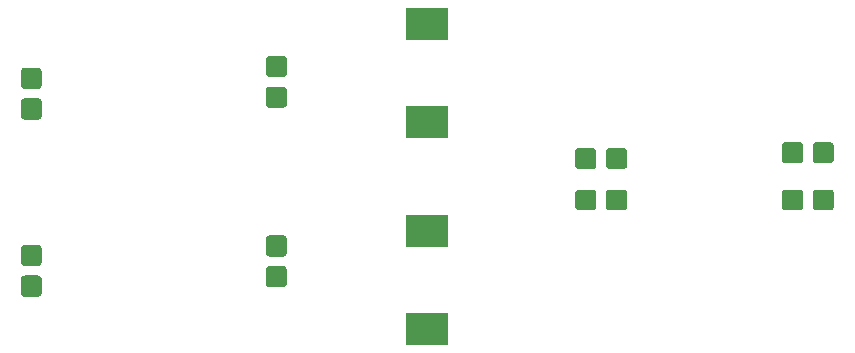
<source format=gtp>
G04 #@! TF.GenerationSoftware,KiCad,Pcbnew,(5.1.4)-1*
G04 #@! TF.CreationDate,2021-09-06T00:09:17-04:00*
G04 #@! TF.ProjectId,controller_power_filter,636f6e74-726f-46c6-9c65-725f706f7765,rev?*
G04 #@! TF.SameCoordinates,Original*
G04 #@! TF.FileFunction,Paste,Top*
G04 #@! TF.FilePolarity,Positive*
%FSLAX46Y46*%
G04 Gerber Fmt 4.6, Leading zero omitted, Abs format (unit mm)*
G04 Created by KiCad (PCBNEW (5.1.4)-1) date 2021-09-06 00:09:17*
%MOMM*%
%LPD*%
G04 APERTURE LIST*
%ADD10R,3.600000X2.700000*%
%ADD11C,0.100000*%
%ADD12C,1.750000*%
G04 APERTURE END LIST*
D10*
X146750000Y-137100000D03*
X146750000Y-145400000D03*
X146750000Y-127900000D03*
X146750000Y-119600000D03*
D11*
G36*
X163423768Y-133626475D02*
G01*
X163453496Y-133630885D01*
X163482650Y-133638187D01*
X163510947Y-133648312D01*
X163538115Y-133661162D01*
X163563893Y-133676612D01*
X163588033Y-133694516D01*
X163610301Y-133714699D01*
X163630484Y-133736967D01*
X163648388Y-133761107D01*
X163663838Y-133786885D01*
X163676688Y-133814053D01*
X163686813Y-133842350D01*
X163694115Y-133871504D01*
X163698525Y-133901232D01*
X163700000Y-133931250D01*
X163700000Y-135068750D01*
X163698525Y-135098768D01*
X163694115Y-135128496D01*
X163686813Y-135157650D01*
X163676688Y-135185947D01*
X163663838Y-135213115D01*
X163648388Y-135238893D01*
X163630484Y-135263033D01*
X163610301Y-135285301D01*
X163588033Y-135305484D01*
X163563893Y-135323388D01*
X163538115Y-135338838D01*
X163510947Y-135351688D01*
X163482650Y-135361813D01*
X163453496Y-135369115D01*
X163423768Y-135373525D01*
X163393750Y-135375000D01*
X162206250Y-135375000D01*
X162176232Y-135373525D01*
X162146504Y-135369115D01*
X162117350Y-135361813D01*
X162089053Y-135351688D01*
X162061885Y-135338838D01*
X162036107Y-135323388D01*
X162011967Y-135305484D01*
X161989699Y-135285301D01*
X161969516Y-135263033D01*
X161951612Y-135238893D01*
X161936162Y-135213115D01*
X161923312Y-135185947D01*
X161913187Y-135157650D01*
X161905885Y-135128496D01*
X161901475Y-135098768D01*
X161900000Y-135068750D01*
X161900000Y-133931250D01*
X161901475Y-133901232D01*
X161905885Y-133871504D01*
X161913187Y-133842350D01*
X161923312Y-133814053D01*
X161936162Y-133786885D01*
X161951612Y-133761107D01*
X161969516Y-133736967D01*
X161989699Y-133714699D01*
X162011967Y-133694516D01*
X162036107Y-133676612D01*
X162061885Y-133661162D01*
X162089053Y-133648312D01*
X162117350Y-133638187D01*
X162146504Y-133630885D01*
X162176232Y-133626475D01*
X162206250Y-133625000D01*
X163393750Y-133625000D01*
X163423768Y-133626475D01*
X163423768Y-133626475D01*
G37*
D12*
X162800000Y-134500000D03*
D11*
G36*
X160823768Y-133626475D02*
G01*
X160853496Y-133630885D01*
X160882650Y-133638187D01*
X160910947Y-133648312D01*
X160938115Y-133661162D01*
X160963893Y-133676612D01*
X160988033Y-133694516D01*
X161010301Y-133714699D01*
X161030484Y-133736967D01*
X161048388Y-133761107D01*
X161063838Y-133786885D01*
X161076688Y-133814053D01*
X161086813Y-133842350D01*
X161094115Y-133871504D01*
X161098525Y-133901232D01*
X161100000Y-133931250D01*
X161100000Y-135068750D01*
X161098525Y-135098768D01*
X161094115Y-135128496D01*
X161086813Y-135157650D01*
X161076688Y-135185947D01*
X161063838Y-135213115D01*
X161048388Y-135238893D01*
X161030484Y-135263033D01*
X161010301Y-135285301D01*
X160988033Y-135305484D01*
X160963893Y-135323388D01*
X160938115Y-135338838D01*
X160910947Y-135351688D01*
X160882650Y-135361813D01*
X160853496Y-135369115D01*
X160823768Y-135373525D01*
X160793750Y-135375000D01*
X159606250Y-135375000D01*
X159576232Y-135373525D01*
X159546504Y-135369115D01*
X159517350Y-135361813D01*
X159489053Y-135351688D01*
X159461885Y-135338838D01*
X159436107Y-135323388D01*
X159411967Y-135305484D01*
X159389699Y-135285301D01*
X159369516Y-135263033D01*
X159351612Y-135238893D01*
X159336162Y-135213115D01*
X159323312Y-135185947D01*
X159313187Y-135157650D01*
X159305885Y-135128496D01*
X159301475Y-135098768D01*
X159300000Y-135068750D01*
X159300000Y-133931250D01*
X159301475Y-133901232D01*
X159305885Y-133871504D01*
X159313187Y-133842350D01*
X159323312Y-133814053D01*
X159336162Y-133786885D01*
X159351612Y-133761107D01*
X159369516Y-133736967D01*
X159389699Y-133714699D01*
X159411967Y-133694516D01*
X159436107Y-133676612D01*
X159461885Y-133661162D01*
X159489053Y-133648312D01*
X159517350Y-133638187D01*
X159546504Y-133630885D01*
X159576232Y-133626475D01*
X159606250Y-133625000D01*
X160793750Y-133625000D01*
X160823768Y-133626475D01*
X160823768Y-133626475D01*
G37*
D12*
X160200000Y-134500000D03*
D11*
G36*
X160823768Y-130126475D02*
G01*
X160853496Y-130130885D01*
X160882650Y-130138187D01*
X160910947Y-130148312D01*
X160938115Y-130161162D01*
X160963893Y-130176612D01*
X160988033Y-130194516D01*
X161010301Y-130214699D01*
X161030484Y-130236967D01*
X161048388Y-130261107D01*
X161063838Y-130286885D01*
X161076688Y-130314053D01*
X161086813Y-130342350D01*
X161094115Y-130371504D01*
X161098525Y-130401232D01*
X161100000Y-130431250D01*
X161100000Y-131568750D01*
X161098525Y-131598768D01*
X161094115Y-131628496D01*
X161086813Y-131657650D01*
X161076688Y-131685947D01*
X161063838Y-131713115D01*
X161048388Y-131738893D01*
X161030484Y-131763033D01*
X161010301Y-131785301D01*
X160988033Y-131805484D01*
X160963893Y-131823388D01*
X160938115Y-131838838D01*
X160910947Y-131851688D01*
X160882650Y-131861813D01*
X160853496Y-131869115D01*
X160823768Y-131873525D01*
X160793750Y-131875000D01*
X159606250Y-131875000D01*
X159576232Y-131873525D01*
X159546504Y-131869115D01*
X159517350Y-131861813D01*
X159489053Y-131851688D01*
X159461885Y-131838838D01*
X159436107Y-131823388D01*
X159411967Y-131805484D01*
X159389699Y-131785301D01*
X159369516Y-131763033D01*
X159351612Y-131738893D01*
X159336162Y-131713115D01*
X159323312Y-131685947D01*
X159313187Y-131657650D01*
X159305885Y-131628496D01*
X159301475Y-131598768D01*
X159300000Y-131568750D01*
X159300000Y-130431250D01*
X159301475Y-130401232D01*
X159305885Y-130371504D01*
X159313187Y-130342350D01*
X159323312Y-130314053D01*
X159336162Y-130286885D01*
X159351612Y-130261107D01*
X159369516Y-130236967D01*
X159389699Y-130214699D01*
X159411967Y-130194516D01*
X159436107Y-130176612D01*
X159461885Y-130161162D01*
X159489053Y-130148312D01*
X159517350Y-130138187D01*
X159546504Y-130130885D01*
X159576232Y-130126475D01*
X159606250Y-130125000D01*
X160793750Y-130125000D01*
X160823768Y-130126475D01*
X160823768Y-130126475D01*
G37*
D12*
X160200000Y-131000000D03*
D11*
G36*
X163423768Y-130126475D02*
G01*
X163453496Y-130130885D01*
X163482650Y-130138187D01*
X163510947Y-130148312D01*
X163538115Y-130161162D01*
X163563893Y-130176612D01*
X163588033Y-130194516D01*
X163610301Y-130214699D01*
X163630484Y-130236967D01*
X163648388Y-130261107D01*
X163663838Y-130286885D01*
X163676688Y-130314053D01*
X163686813Y-130342350D01*
X163694115Y-130371504D01*
X163698525Y-130401232D01*
X163700000Y-130431250D01*
X163700000Y-131568750D01*
X163698525Y-131598768D01*
X163694115Y-131628496D01*
X163686813Y-131657650D01*
X163676688Y-131685947D01*
X163663838Y-131713115D01*
X163648388Y-131738893D01*
X163630484Y-131763033D01*
X163610301Y-131785301D01*
X163588033Y-131805484D01*
X163563893Y-131823388D01*
X163538115Y-131838838D01*
X163510947Y-131851688D01*
X163482650Y-131861813D01*
X163453496Y-131869115D01*
X163423768Y-131873525D01*
X163393750Y-131875000D01*
X162206250Y-131875000D01*
X162176232Y-131873525D01*
X162146504Y-131869115D01*
X162117350Y-131861813D01*
X162089053Y-131851688D01*
X162061885Y-131838838D01*
X162036107Y-131823388D01*
X162011967Y-131805484D01*
X161989699Y-131785301D01*
X161969516Y-131763033D01*
X161951612Y-131738893D01*
X161936162Y-131713115D01*
X161923312Y-131685947D01*
X161913187Y-131657650D01*
X161905885Y-131628496D01*
X161901475Y-131598768D01*
X161900000Y-131568750D01*
X161900000Y-130431250D01*
X161901475Y-130401232D01*
X161905885Y-130371504D01*
X161913187Y-130342350D01*
X161923312Y-130314053D01*
X161936162Y-130286885D01*
X161951612Y-130261107D01*
X161969516Y-130236967D01*
X161989699Y-130214699D01*
X162011967Y-130194516D01*
X162036107Y-130176612D01*
X162061885Y-130161162D01*
X162089053Y-130148312D01*
X162117350Y-130138187D01*
X162146504Y-130130885D01*
X162176232Y-130126475D01*
X162206250Y-130125000D01*
X163393750Y-130125000D01*
X163423768Y-130126475D01*
X163423768Y-130126475D01*
G37*
D12*
X162800000Y-131000000D03*
D11*
G36*
X178323768Y-133626475D02*
G01*
X178353496Y-133630885D01*
X178382650Y-133638187D01*
X178410947Y-133648312D01*
X178438115Y-133661162D01*
X178463893Y-133676612D01*
X178488033Y-133694516D01*
X178510301Y-133714699D01*
X178530484Y-133736967D01*
X178548388Y-133761107D01*
X178563838Y-133786885D01*
X178576688Y-133814053D01*
X178586813Y-133842350D01*
X178594115Y-133871504D01*
X178598525Y-133901232D01*
X178600000Y-133931250D01*
X178600000Y-135068750D01*
X178598525Y-135098768D01*
X178594115Y-135128496D01*
X178586813Y-135157650D01*
X178576688Y-135185947D01*
X178563838Y-135213115D01*
X178548388Y-135238893D01*
X178530484Y-135263033D01*
X178510301Y-135285301D01*
X178488033Y-135305484D01*
X178463893Y-135323388D01*
X178438115Y-135338838D01*
X178410947Y-135351688D01*
X178382650Y-135361813D01*
X178353496Y-135369115D01*
X178323768Y-135373525D01*
X178293750Y-135375000D01*
X177106250Y-135375000D01*
X177076232Y-135373525D01*
X177046504Y-135369115D01*
X177017350Y-135361813D01*
X176989053Y-135351688D01*
X176961885Y-135338838D01*
X176936107Y-135323388D01*
X176911967Y-135305484D01*
X176889699Y-135285301D01*
X176869516Y-135263033D01*
X176851612Y-135238893D01*
X176836162Y-135213115D01*
X176823312Y-135185947D01*
X176813187Y-135157650D01*
X176805885Y-135128496D01*
X176801475Y-135098768D01*
X176800000Y-135068750D01*
X176800000Y-133931250D01*
X176801475Y-133901232D01*
X176805885Y-133871504D01*
X176813187Y-133842350D01*
X176823312Y-133814053D01*
X176836162Y-133786885D01*
X176851612Y-133761107D01*
X176869516Y-133736967D01*
X176889699Y-133714699D01*
X176911967Y-133694516D01*
X176936107Y-133676612D01*
X176961885Y-133661162D01*
X176989053Y-133648312D01*
X177017350Y-133638187D01*
X177046504Y-133630885D01*
X177076232Y-133626475D01*
X177106250Y-133625000D01*
X178293750Y-133625000D01*
X178323768Y-133626475D01*
X178323768Y-133626475D01*
G37*
D12*
X177700000Y-134500000D03*
D11*
G36*
X180923768Y-133626475D02*
G01*
X180953496Y-133630885D01*
X180982650Y-133638187D01*
X181010947Y-133648312D01*
X181038115Y-133661162D01*
X181063893Y-133676612D01*
X181088033Y-133694516D01*
X181110301Y-133714699D01*
X181130484Y-133736967D01*
X181148388Y-133761107D01*
X181163838Y-133786885D01*
X181176688Y-133814053D01*
X181186813Y-133842350D01*
X181194115Y-133871504D01*
X181198525Y-133901232D01*
X181200000Y-133931250D01*
X181200000Y-135068750D01*
X181198525Y-135098768D01*
X181194115Y-135128496D01*
X181186813Y-135157650D01*
X181176688Y-135185947D01*
X181163838Y-135213115D01*
X181148388Y-135238893D01*
X181130484Y-135263033D01*
X181110301Y-135285301D01*
X181088033Y-135305484D01*
X181063893Y-135323388D01*
X181038115Y-135338838D01*
X181010947Y-135351688D01*
X180982650Y-135361813D01*
X180953496Y-135369115D01*
X180923768Y-135373525D01*
X180893750Y-135375000D01*
X179706250Y-135375000D01*
X179676232Y-135373525D01*
X179646504Y-135369115D01*
X179617350Y-135361813D01*
X179589053Y-135351688D01*
X179561885Y-135338838D01*
X179536107Y-135323388D01*
X179511967Y-135305484D01*
X179489699Y-135285301D01*
X179469516Y-135263033D01*
X179451612Y-135238893D01*
X179436162Y-135213115D01*
X179423312Y-135185947D01*
X179413187Y-135157650D01*
X179405885Y-135128496D01*
X179401475Y-135098768D01*
X179400000Y-135068750D01*
X179400000Y-133931250D01*
X179401475Y-133901232D01*
X179405885Y-133871504D01*
X179413187Y-133842350D01*
X179423312Y-133814053D01*
X179436162Y-133786885D01*
X179451612Y-133761107D01*
X179469516Y-133736967D01*
X179489699Y-133714699D01*
X179511967Y-133694516D01*
X179536107Y-133676612D01*
X179561885Y-133661162D01*
X179589053Y-133648312D01*
X179617350Y-133638187D01*
X179646504Y-133630885D01*
X179676232Y-133626475D01*
X179706250Y-133625000D01*
X180893750Y-133625000D01*
X180923768Y-133626475D01*
X180923768Y-133626475D01*
G37*
D12*
X180300000Y-134500000D03*
D11*
G36*
X180923768Y-129626475D02*
G01*
X180953496Y-129630885D01*
X180982650Y-129638187D01*
X181010947Y-129648312D01*
X181038115Y-129661162D01*
X181063893Y-129676612D01*
X181088033Y-129694516D01*
X181110301Y-129714699D01*
X181130484Y-129736967D01*
X181148388Y-129761107D01*
X181163838Y-129786885D01*
X181176688Y-129814053D01*
X181186813Y-129842350D01*
X181194115Y-129871504D01*
X181198525Y-129901232D01*
X181200000Y-129931250D01*
X181200000Y-131068750D01*
X181198525Y-131098768D01*
X181194115Y-131128496D01*
X181186813Y-131157650D01*
X181176688Y-131185947D01*
X181163838Y-131213115D01*
X181148388Y-131238893D01*
X181130484Y-131263033D01*
X181110301Y-131285301D01*
X181088033Y-131305484D01*
X181063893Y-131323388D01*
X181038115Y-131338838D01*
X181010947Y-131351688D01*
X180982650Y-131361813D01*
X180953496Y-131369115D01*
X180923768Y-131373525D01*
X180893750Y-131375000D01*
X179706250Y-131375000D01*
X179676232Y-131373525D01*
X179646504Y-131369115D01*
X179617350Y-131361813D01*
X179589053Y-131351688D01*
X179561885Y-131338838D01*
X179536107Y-131323388D01*
X179511967Y-131305484D01*
X179489699Y-131285301D01*
X179469516Y-131263033D01*
X179451612Y-131238893D01*
X179436162Y-131213115D01*
X179423312Y-131185947D01*
X179413187Y-131157650D01*
X179405885Y-131128496D01*
X179401475Y-131098768D01*
X179400000Y-131068750D01*
X179400000Y-129931250D01*
X179401475Y-129901232D01*
X179405885Y-129871504D01*
X179413187Y-129842350D01*
X179423312Y-129814053D01*
X179436162Y-129786885D01*
X179451612Y-129761107D01*
X179469516Y-129736967D01*
X179489699Y-129714699D01*
X179511967Y-129694516D01*
X179536107Y-129676612D01*
X179561885Y-129661162D01*
X179589053Y-129648312D01*
X179617350Y-129638187D01*
X179646504Y-129630885D01*
X179676232Y-129626475D01*
X179706250Y-129625000D01*
X180893750Y-129625000D01*
X180923768Y-129626475D01*
X180923768Y-129626475D01*
G37*
D12*
X180300000Y-130500000D03*
D11*
G36*
X178323768Y-129626475D02*
G01*
X178353496Y-129630885D01*
X178382650Y-129638187D01*
X178410947Y-129648312D01*
X178438115Y-129661162D01*
X178463893Y-129676612D01*
X178488033Y-129694516D01*
X178510301Y-129714699D01*
X178530484Y-129736967D01*
X178548388Y-129761107D01*
X178563838Y-129786885D01*
X178576688Y-129814053D01*
X178586813Y-129842350D01*
X178594115Y-129871504D01*
X178598525Y-129901232D01*
X178600000Y-129931250D01*
X178600000Y-131068750D01*
X178598525Y-131098768D01*
X178594115Y-131128496D01*
X178586813Y-131157650D01*
X178576688Y-131185947D01*
X178563838Y-131213115D01*
X178548388Y-131238893D01*
X178530484Y-131263033D01*
X178510301Y-131285301D01*
X178488033Y-131305484D01*
X178463893Y-131323388D01*
X178438115Y-131338838D01*
X178410947Y-131351688D01*
X178382650Y-131361813D01*
X178353496Y-131369115D01*
X178323768Y-131373525D01*
X178293750Y-131375000D01*
X177106250Y-131375000D01*
X177076232Y-131373525D01*
X177046504Y-131369115D01*
X177017350Y-131361813D01*
X176989053Y-131351688D01*
X176961885Y-131338838D01*
X176936107Y-131323388D01*
X176911967Y-131305484D01*
X176889699Y-131285301D01*
X176869516Y-131263033D01*
X176851612Y-131238893D01*
X176836162Y-131213115D01*
X176823312Y-131185947D01*
X176813187Y-131157650D01*
X176805885Y-131128496D01*
X176801475Y-131098768D01*
X176800000Y-131068750D01*
X176800000Y-129931250D01*
X176801475Y-129901232D01*
X176805885Y-129871504D01*
X176813187Y-129842350D01*
X176823312Y-129814053D01*
X176836162Y-129786885D01*
X176851612Y-129761107D01*
X176869516Y-129736967D01*
X176889699Y-129714699D01*
X176911967Y-129694516D01*
X176936107Y-129676612D01*
X176961885Y-129661162D01*
X176989053Y-129648312D01*
X177017350Y-129638187D01*
X177046504Y-129630885D01*
X177076232Y-129626475D01*
X177106250Y-129625000D01*
X178293750Y-129625000D01*
X178323768Y-129626475D01*
X178323768Y-129626475D01*
G37*
D12*
X177700000Y-130500000D03*
D11*
G36*
X134598768Y-137501475D02*
G01*
X134628496Y-137505885D01*
X134657650Y-137513187D01*
X134685947Y-137523312D01*
X134713115Y-137536162D01*
X134738893Y-137551612D01*
X134763033Y-137569516D01*
X134785301Y-137589699D01*
X134805484Y-137611967D01*
X134823388Y-137636107D01*
X134838838Y-137661885D01*
X134851688Y-137689053D01*
X134861813Y-137717350D01*
X134869115Y-137746504D01*
X134873525Y-137776232D01*
X134875000Y-137806250D01*
X134875000Y-138993750D01*
X134873525Y-139023768D01*
X134869115Y-139053496D01*
X134861813Y-139082650D01*
X134851688Y-139110947D01*
X134838838Y-139138115D01*
X134823388Y-139163893D01*
X134805484Y-139188033D01*
X134785301Y-139210301D01*
X134763033Y-139230484D01*
X134738893Y-139248388D01*
X134713115Y-139263838D01*
X134685947Y-139276688D01*
X134657650Y-139286813D01*
X134628496Y-139294115D01*
X134598768Y-139298525D01*
X134568750Y-139300000D01*
X133431250Y-139300000D01*
X133401232Y-139298525D01*
X133371504Y-139294115D01*
X133342350Y-139286813D01*
X133314053Y-139276688D01*
X133286885Y-139263838D01*
X133261107Y-139248388D01*
X133236967Y-139230484D01*
X133214699Y-139210301D01*
X133194516Y-139188033D01*
X133176612Y-139163893D01*
X133161162Y-139138115D01*
X133148312Y-139110947D01*
X133138187Y-139082650D01*
X133130885Y-139053496D01*
X133126475Y-139023768D01*
X133125000Y-138993750D01*
X133125000Y-137806250D01*
X133126475Y-137776232D01*
X133130885Y-137746504D01*
X133138187Y-137717350D01*
X133148312Y-137689053D01*
X133161162Y-137661885D01*
X133176612Y-137636107D01*
X133194516Y-137611967D01*
X133214699Y-137589699D01*
X133236967Y-137569516D01*
X133261107Y-137551612D01*
X133286885Y-137536162D01*
X133314053Y-137523312D01*
X133342350Y-137513187D01*
X133371504Y-137505885D01*
X133401232Y-137501475D01*
X133431250Y-137500000D01*
X134568750Y-137500000D01*
X134598768Y-137501475D01*
X134598768Y-137501475D01*
G37*
D12*
X134000000Y-138400000D03*
D11*
G36*
X134598768Y-140101475D02*
G01*
X134628496Y-140105885D01*
X134657650Y-140113187D01*
X134685947Y-140123312D01*
X134713115Y-140136162D01*
X134738893Y-140151612D01*
X134763033Y-140169516D01*
X134785301Y-140189699D01*
X134805484Y-140211967D01*
X134823388Y-140236107D01*
X134838838Y-140261885D01*
X134851688Y-140289053D01*
X134861813Y-140317350D01*
X134869115Y-140346504D01*
X134873525Y-140376232D01*
X134875000Y-140406250D01*
X134875000Y-141593750D01*
X134873525Y-141623768D01*
X134869115Y-141653496D01*
X134861813Y-141682650D01*
X134851688Y-141710947D01*
X134838838Y-141738115D01*
X134823388Y-141763893D01*
X134805484Y-141788033D01*
X134785301Y-141810301D01*
X134763033Y-141830484D01*
X134738893Y-141848388D01*
X134713115Y-141863838D01*
X134685947Y-141876688D01*
X134657650Y-141886813D01*
X134628496Y-141894115D01*
X134598768Y-141898525D01*
X134568750Y-141900000D01*
X133431250Y-141900000D01*
X133401232Y-141898525D01*
X133371504Y-141894115D01*
X133342350Y-141886813D01*
X133314053Y-141876688D01*
X133286885Y-141863838D01*
X133261107Y-141848388D01*
X133236967Y-141830484D01*
X133214699Y-141810301D01*
X133194516Y-141788033D01*
X133176612Y-141763893D01*
X133161162Y-141738115D01*
X133148312Y-141710947D01*
X133138187Y-141682650D01*
X133130885Y-141653496D01*
X133126475Y-141623768D01*
X133125000Y-141593750D01*
X133125000Y-140406250D01*
X133126475Y-140376232D01*
X133130885Y-140346504D01*
X133138187Y-140317350D01*
X133148312Y-140289053D01*
X133161162Y-140261885D01*
X133176612Y-140236107D01*
X133194516Y-140211967D01*
X133214699Y-140189699D01*
X133236967Y-140169516D01*
X133261107Y-140151612D01*
X133286885Y-140136162D01*
X133314053Y-140123312D01*
X133342350Y-140113187D01*
X133371504Y-140105885D01*
X133401232Y-140101475D01*
X133431250Y-140100000D01*
X134568750Y-140100000D01*
X134598768Y-140101475D01*
X134598768Y-140101475D01*
G37*
D12*
X134000000Y-141000000D03*
D11*
G36*
X134598768Y-122301475D02*
G01*
X134628496Y-122305885D01*
X134657650Y-122313187D01*
X134685947Y-122323312D01*
X134713115Y-122336162D01*
X134738893Y-122351612D01*
X134763033Y-122369516D01*
X134785301Y-122389699D01*
X134805484Y-122411967D01*
X134823388Y-122436107D01*
X134838838Y-122461885D01*
X134851688Y-122489053D01*
X134861813Y-122517350D01*
X134869115Y-122546504D01*
X134873525Y-122576232D01*
X134875000Y-122606250D01*
X134875000Y-123793750D01*
X134873525Y-123823768D01*
X134869115Y-123853496D01*
X134861813Y-123882650D01*
X134851688Y-123910947D01*
X134838838Y-123938115D01*
X134823388Y-123963893D01*
X134805484Y-123988033D01*
X134785301Y-124010301D01*
X134763033Y-124030484D01*
X134738893Y-124048388D01*
X134713115Y-124063838D01*
X134685947Y-124076688D01*
X134657650Y-124086813D01*
X134628496Y-124094115D01*
X134598768Y-124098525D01*
X134568750Y-124100000D01*
X133431250Y-124100000D01*
X133401232Y-124098525D01*
X133371504Y-124094115D01*
X133342350Y-124086813D01*
X133314053Y-124076688D01*
X133286885Y-124063838D01*
X133261107Y-124048388D01*
X133236967Y-124030484D01*
X133214699Y-124010301D01*
X133194516Y-123988033D01*
X133176612Y-123963893D01*
X133161162Y-123938115D01*
X133148312Y-123910947D01*
X133138187Y-123882650D01*
X133130885Y-123853496D01*
X133126475Y-123823768D01*
X133125000Y-123793750D01*
X133125000Y-122606250D01*
X133126475Y-122576232D01*
X133130885Y-122546504D01*
X133138187Y-122517350D01*
X133148312Y-122489053D01*
X133161162Y-122461885D01*
X133176612Y-122436107D01*
X133194516Y-122411967D01*
X133214699Y-122389699D01*
X133236967Y-122369516D01*
X133261107Y-122351612D01*
X133286885Y-122336162D01*
X133314053Y-122323312D01*
X133342350Y-122313187D01*
X133371504Y-122305885D01*
X133401232Y-122301475D01*
X133431250Y-122300000D01*
X134568750Y-122300000D01*
X134598768Y-122301475D01*
X134598768Y-122301475D01*
G37*
D12*
X134000000Y-123200000D03*
D11*
G36*
X134598768Y-124901475D02*
G01*
X134628496Y-124905885D01*
X134657650Y-124913187D01*
X134685947Y-124923312D01*
X134713115Y-124936162D01*
X134738893Y-124951612D01*
X134763033Y-124969516D01*
X134785301Y-124989699D01*
X134805484Y-125011967D01*
X134823388Y-125036107D01*
X134838838Y-125061885D01*
X134851688Y-125089053D01*
X134861813Y-125117350D01*
X134869115Y-125146504D01*
X134873525Y-125176232D01*
X134875000Y-125206250D01*
X134875000Y-126393750D01*
X134873525Y-126423768D01*
X134869115Y-126453496D01*
X134861813Y-126482650D01*
X134851688Y-126510947D01*
X134838838Y-126538115D01*
X134823388Y-126563893D01*
X134805484Y-126588033D01*
X134785301Y-126610301D01*
X134763033Y-126630484D01*
X134738893Y-126648388D01*
X134713115Y-126663838D01*
X134685947Y-126676688D01*
X134657650Y-126686813D01*
X134628496Y-126694115D01*
X134598768Y-126698525D01*
X134568750Y-126700000D01*
X133431250Y-126700000D01*
X133401232Y-126698525D01*
X133371504Y-126694115D01*
X133342350Y-126686813D01*
X133314053Y-126676688D01*
X133286885Y-126663838D01*
X133261107Y-126648388D01*
X133236967Y-126630484D01*
X133214699Y-126610301D01*
X133194516Y-126588033D01*
X133176612Y-126563893D01*
X133161162Y-126538115D01*
X133148312Y-126510947D01*
X133138187Y-126482650D01*
X133130885Y-126453496D01*
X133126475Y-126423768D01*
X133125000Y-126393750D01*
X133125000Y-125206250D01*
X133126475Y-125176232D01*
X133130885Y-125146504D01*
X133138187Y-125117350D01*
X133148312Y-125089053D01*
X133161162Y-125061885D01*
X133176612Y-125036107D01*
X133194516Y-125011967D01*
X133214699Y-124989699D01*
X133236967Y-124969516D01*
X133261107Y-124951612D01*
X133286885Y-124936162D01*
X133314053Y-124923312D01*
X133342350Y-124913187D01*
X133371504Y-124905885D01*
X133401232Y-124901475D01*
X133431250Y-124900000D01*
X134568750Y-124900000D01*
X134598768Y-124901475D01*
X134598768Y-124901475D01*
G37*
D12*
X134000000Y-125800000D03*
D11*
G36*
X113848768Y-138301475D02*
G01*
X113878496Y-138305885D01*
X113907650Y-138313187D01*
X113935947Y-138323312D01*
X113963115Y-138336162D01*
X113988893Y-138351612D01*
X114013033Y-138369516D01*
X114035301Y-138389699D01*
X114055484Y-138411967D01*
X114073388Y-138436107D01*
X114088838Y-138461885D01*
X114101688Y-138489053D01*
X114111813Y-138517350D01*
X114119115Y-138546504D01*
X114123525Y-138576232D01*
X114125000Y-138606250D01*
X114125000Y-139793750D01*
X114123525Y-139823768D01*
X114119115Y-139853496D01*
X114111813Y-139882650D01*
X114101688Y-139910947D01*
X114088838Y-139938115D01*
X114073388Y-139963893D01*
X114055484Y-139988033D01*
X114035301Y-140010301D01*
X114013033Y-140030484D01*
X113988893Y-140048388D01*
X113963115Y-140063838D01*
X113935947Y-140076688D01*
X113907650Y-140086813D01*
X113878496Y-140094115D01*
X113848768Y-140098525D01*
X113818750Y-140100000D01*
X112681250Y-140100000D01*
X112651232Y-140098525D01*
X112621504Y-140094115D01*
X112592350Y-140086813D01*
X112564053Y-140076688D01*
X112536885Y-140063838D01*
X112511107Y-140048388D01*
X112486967Y-140030484D01*
X112464699Y-140010301D01*
X112444516Y-139988033D01*
X112426612Y-139963893D01*
X112411162Y-139938115D01*
X112398312Y-139910947D01*
X112388187Y-139882650D01*
X112380885Y-139853496D01*
X112376475Y-139823768D01*
X112375000Y-139793750D01*
X112375000Y-138606250D01*
X112376475Y-138576232D01*
X112380885Y-138546504D01*
X112388187Y-138517350D01*
X112398312Y-138489053D01*
X112411162Y-138461885D01*
X112426612Y-138436107D01*
X112444516Y-138411967D01*
X112464699Y-138389699D01*
X112486967Y-138369516D01*
X112511107Y-138351612D01*
X112536885Y-138336162D01*
X112564053Y-138323312D01*
X112592350Y-138313187D01*
X112621504Y-138305885D01*
X112651232Y-138301475D01*
X112681250Y-138300000D01*
X113818750Y-138300000D01*
X113848768Y-138301475D01*
X113848768Y-138301475D01*
G37*
D12*
X113250000Y-139200000D03*
D11*
G36*
X113848768Y-140901475D02*
G01*
X113878496Y-140905885D01*
X113907650Y-140913187D01*
X113935947Y-140923312D01*
X113963115Y-140936162D01*
X113988893Y-140951612D01*
X114013033Y-140969516D01*
X114035301Y-140989699D01*
X114055484Y-141011967D01*
X114073388Y-141036107D01*
X114088838Y-141061885D01*
X114101688Y-141089053D01*
X114111813Y-141117350D01*
X114119115Y-141146504D01*
X114123525Y-141176232D01*
X114125000Y-141206250D01*
X114125000Y-142393750D01*
X114123525Y-142423768D01*
X114119115Y-142453496D01*
X114111813Y-142482650D01*
X114101688Y-142510947D01*
X114088838Y-142538115D01*
X114073388Y-142563893D01*
X114055484Y-142588033D01*
X114035301Y-142610301D01*
X114013033Y-142630484D01*
X113988893Y-142648388D01*
X113963115Y-142663838D01*
X113935947Y-142676688D01*
X113907650Y-142686813D01*
X113878496Y-142694115D01*
X113848768Y-142698525D01*
X113818750Y-142700000D01*
X112681250Y-142700000D01*
X112651232Y-142698525D01*
X112621504Y-142694115D01*
X112592350Y-142686813D01*
X112564053Y-142676688D01*
X112536885Y-142663838D01*
X112511107Y-142648388D01*
X112486967Y-142630484D01*
X112464699Y-142610301D01*
X112444516Y-142588033D01*
X112426612Y-142563893D01*
X112411162Y-142538115D01*
X112398312Y-142510947D01*
X112388187Y-142482650D01*
X112380885Y-142453496D01*
X112376475Y-142423768D01*
X112375000Y-142393750D01*
X112375000Y-141206250D01*
X112376475Y-141176232D01*
X112380885Y-141146504D01*
X112388187Y-141117350D01*
X112398312Y-141089053D01*
X112411162Y-141061885D01*
X112426612Y-141036107D01*
X112444516Y-141011967D01*
X112464699Y-140989699D01*
X112486967Y-140969516D01*
X112511107Y-140951612D01*
X112536885Y-140936162D01*
X112564053Y-140923312D01*
X112592350Y-140913187D01*
X112621504Y-140905885D01*
X112651232Y-140901475D01*
X112681250Y-140900000D01*
X113818750Y-140900000D01*
X113848768Y-140901475D01*
X113848768Y-140901475D01*
G37*
D12*
X113250000Y-141800000D03*
D11*
G36*
X113848768Y-123301475D02*
G01*
X113878496Y-123305885D01*
X113907650Y-123313187D01*
X113935947Y-123323312D01*
X113963115Y-123336162D01*
X113988893Y-123351612D01*
X114013033Y-123369516D01*
X114035301Y-123389699D01*
X114055484Y-123411967D01*
X114073388Y-123436107D01*
X114088838Y-123461885D01*
X114101688Y-123489053D01*
X114111813Y-123517350D01*
X114119115Y-123546504D01*
X114123525Y-123576232D01*
X114125000Y-123606250D01*
X114125000Y-124793750D01*
X114123525Y-124823768D01*
X114119115Y-124853496D01*
X114111813Y-124882650D01*
X114101688Y-124910947D01*
X114088838Y-124938115D01*
X114073388Y-124963893D01*
X114055484Y-124988033D01*
X114035301Y-125010301D01*
X114013033Y-125030484D01*
X113988893Y-125048388D01*
X113963115Y-125063838D01*
X113935947Y-125076688D01*
X113907650Y-125086813D01*
X113878496Y-125094115D01*
X113848768Y-125098525D01*
X113818750Y-125100000D01*
X112681250Y-125100000D01*
X112651232Y-125098525D01*
X112621504Y-125094115D01*
X112592350Y-125086813D01*
X112564053Y-125076688D01*
X112536885Y-125063838D01*
X112511107Y-125048388D01*
X112486967Y-125030484D01*
X112464699Y-125010301D01*
X112444516Y-124988033D01*
X112426612Y-124963893D01*
X112411162Y-124938115D01*
X112398312Y-124910947D01*
X112388187Y-124882650D01*
X112380885Y-124853496D01*
X112376475Y-124823768D01*
X112375000Y-124793750D01*
X112375000Y-123606250D01*
X112376475Y-123576232D01*
X112380885Y-123546504D01*
X112388187Y-123517350D01*
X112398312Y-123489053D01*
X112411162Y-123461885D01*
X112426612Y-123436107D01*
X112444516Y-123411967D01*
X112464699Y-123389699D01*
X112486967Y-123369516D01*
X112511107Y-123351612D01*
X112536885Y-123336162D01*
X112564053Y-123323312D01*
X112592350Y-123313187D01*
X112621504Y-123305885D01*
X112651232Y-123301475D01*
X112681250Y-123300000D01*
X113818750Y-123300000D01*
X113848768Y-123301475D01*
X113848768Y-123301475D01*
G37*
D12*
X113250000Y-124200000D03*
D11*
G36*
X113848768Y-125901475D02*
G01*
X113878496Y-125905885D01*
X113907650Y-125913187D01*
X113935947Y-125923312D01*
X113963115Y-125936162D01*
X113988893Y-125951612D01*
X114013033Y-125969516D01*
X114035301Y-125989699D01*
X114055484Y-126011967D01*
X114073388Y-126036107D01*
X114088838Y-126061885D01*
X114101688Y-126089053D01*
X114111813Y-126117350D01*
X114119115Y-126146504D01*
X114123525Y-126176232D01*
X114125000Y-126206250D01*
X114125000Y-127393750D01*
X114123525Y-127423768D01*
X114119115Y-127453496D01*
X114111813Y-127482650D01*
X114101688Y-127510947D01*
X114088838Y-127538115D01*
X114073388Y-127563893D01*
X114055484Y-127588033D01*
X114035301Y-127610301D01*
X114013033Y-127630484D01*
X113988893Y-127648388D01*
X113963115Y-127663838D01*
X113935947Y-127676688D01*
X113907650Y-127686813D01*
X113878496Y-127694115D01*
X113848768Y-127698525D01*
X113818750Y-127700000D01*
X112681250Y-127700000D01*
X112651232Y-127698525D01*
X112621504Y-127694115D01*
X112592350Y-127686813D01*
X112564053Y-127676688D01*
X112536885Y-127663838D01*
X112511107Y-127648388D01*
X112486967Y-127630484D01*
X112464699Y-127610301D01*
X112444516Y-127588033D01*
X112426612Y-127563893D01*
X112411162Y-127538115D01*
X112398312Y-127510947D01*
X112388187Y-127482650D01*
X112380885Y-127453496D01*
X112376475Y-127423768D01*
X112375000Y-127393750D01*
X112375000Y-126206250D01*
X112376475Y-126176232D01*
X112380885Y-126146504D01*
X112388187Y-126117350D01*
X112398312Y-126089053D01*
X112411162Y-126061885D01*
X112426612Y-126036107D01*
X112444516Y-126011967D01*
X112464699Y-125989699D01*
X112486967Y-125969516D01*
X112511107Y-125951612D01*
X112536885Y-125936162D01*
X112564053Y-125923312D01*
X112592350Y-125913187D01*
X112621504Y-125905885D01*
X112651232Y-125901475D01*
X112681250Y-125900000D01*
X113818750Y-125900000D01*
X113848768Y-125901475D01*
X113848768Y-125901475D01*
G37*
D12*
X113250000Y-126800000D03*
M02*

</source>
